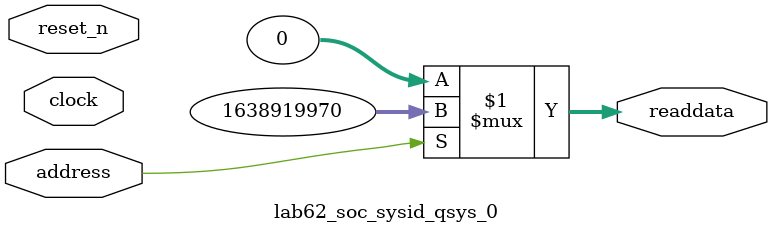
<source format=v>



// synthesis translate_off
`timescale 1ns / 1ps
// synthesis translate_on

// turn off superfluous verilog processor warnings 
// altera message_level Level1 
// altera message_off 10034 10035 10036 10037 10230 10240 10030 

module lab62_soc_sysid_qsys_0 (
               // inputs:
                address,
                clock,
                reset_n,

               // outputs:
                readdata
             )
;

  output  [ 31: 0] readdata;
  input            address;
  input            clock;
  input            reset_n;

  wire    [ 31: 0] readdata;
  //control_slave, which is an e_avalon_slave
  assign readdata = address ? 1638919970 : 0;

endmodule



</source>
